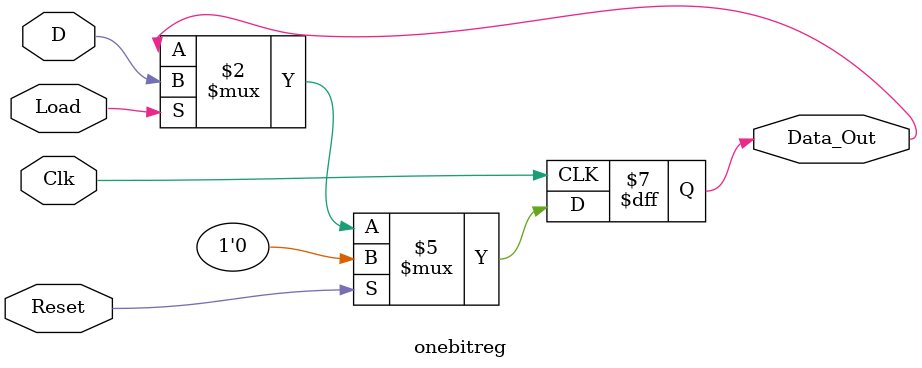
<source format=sv>
module onebitreg (input  logic Clk, Reset, Load,
              input  logic  D,
              output logic  Data_Out);

    always_ff @ (posedge Clk)
    begin
	 	 if (Reset) //notice, this is a sycnrhonous reset, which is recommended on the FPGA
			  Data_Out <= 1'b0;
		 else if (Load)
			  Data_Out <= D;
    end
	

endmodule

</source>
